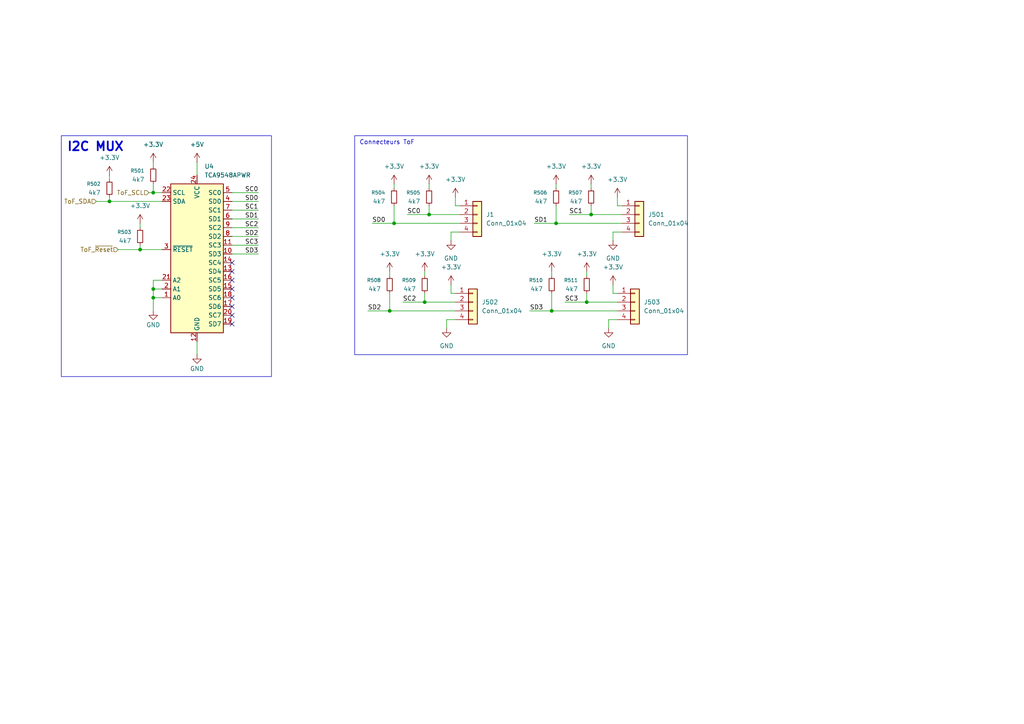
<source format=kicad_sch>
(kicad_sch (version 20250114) (generator "eeschema") (generator_version "9.0")
  (paper "A4")
  (lib_symbols
    (symbol "Connector_Generic:Conn_01x04" (pin_names (offset 1.016) (hide yes))
      (property "Reference" "J" (at 0 5.08 0))
      (property "Value" "Conn_01x04" (at 0 -7.62 0))
      (symbol "Conn_01x04_1_1"
        (rectangle (start -1.27 3.81) (end 1.27 -6.35) (stroke (width 0.254)) (fill (type background)))
        (rectangle (start -1.27 2.667) (end 0 2.413) (stroke (width 0.1524)))
        (rectangle (start -1.27 0.127) (end 0 -0.127) (stroke (width 0.1524)))
        (rectangle (start -1.27 -2.413) (end 0 -2.667) (stroke (width 0.1524)))
        (rectangle (start -1.27 -4.953) (end 0 -5.207) (stroke (width 0.1524)))
        (pin passive line (at -5.08 2.54 0) (length 3.81) (name "Pin_1") (number "1"))
        (pin passive line (at -5.08 0 0) (length 3.81) (name "Pin_2") (number "2"))
        (pin passive line (at -5.08 -2.54 0) (length 3.81) (name "Pin_3") (number "3"))
        (pin passive line (at -5.08 -5.08 0) (length 3.81) (name "Pin_4") (number "4"))
      )
    )
    (symbol "Device:R_Small" (pin_numbers (hide yes)) (pin_names (offset 0.254) (hide yes))
      (property "Reference" "R" (at 0 0 90))
      (property "Value" "R_Small" (at 1.778 0 90))
      (symbol "R_Small_0_1"
        (rectangle (start -0.762 1.778) (end 0.762 -1.778) (stroke (width 0.2032)))
      )
      (symbol "R_Small_1_1"
        (pin passive line (at 0 2.54 270) (length 0.762) (name "~") (number "1"))
        (pin passive line (at 0 -2.54 90) (length 0.762) (name "~") (number "2"))
      )
    )
    (symbol "Interface_Expansion:TCA9548APWR"
      (property "Reference" "U4" (at 2.1433 25.4 0))
      (property "Value" "TCA9548APWR" (at 2.1433 22.86 0))
      (symbol "TCA9548APWR_0_1"
        (rectangle (start -7.62 20.32) (end 7.62 -22.86) (stroke (width 0.254)) (fill (type background)))
      )
      (symbol "TCA9548APWR_1_1"
        (pin input line (at -10.16 17.78 0) (length 2.54) (name "SCL") (number "22"))
        (pin bidirectional line (at -10.16 15.24 0) (length 2.54) (name "SDA") (number "23"))
        (pin input line (at -10.16 1.27 0) (length 2.54) (name "~{RESET}") (number "3"))
        (pin input line (at -10.16 -7.62 0) (length 2.54) (name "A2") (number "21"))
        (pin input line (at -10.16 -10.16 0) (length 2.54) (name "A1") (number "2"))
        (pin input line (at -10.16 -12.7 0) (length 2.54) (name "A0") (number "1"))
        (pin power_in line (at 0 22.86 270) (length 2.54) (name "VCC") (number "24"))
        (pin power_in line (at 0 -25.4 90) (length 2.54) (name "GND") (number "12"))
        (pin output line (at 10.16 17.78 180) (length 2.54) (name "SC0") (number "5"))
        (pin bidirectional line (at 10.16 15.24 180) (length 2.54) (name "SD0") (number "4"))
        (pin output line (at 10.16 12.7 180) (length 2.54) (name "SC1") (number "7"))
        (pin bidirectional line (at 10.16 10.16 180) (length 2.54) (name "SD1") (number "6"))
        (pin output line (at 10.16 7.62 180) (length 2.54) (name "SC2") (number "9"))
        (pin bidirectional line (at 10.16 5.08 180) (length 2.54) (name "SD2") (number "8"))
        (pin output line (at 10.16 2.54 180) (length 2.54) (name "SC3") (number "11"))
        (pin bidirectional line (at 10.16 0 180) (length 2.54) (name "SD3") (number "10"))
        (pin output line (at 10.16 -2.54 180) (length 2.54) (name "SC4") (number "14"))
        (pin bidirectional line (at 10.16 -5.08 180) (length 2.54) (name "SD4") (number "13"))
        (pin output line (at 10.16 -7.62 180) (length 2.54) (name "SC5") (number "16"))
        (pin bidirectional line (at 10.16 -10.16 180) (length 2.54) (name "SD5") (number "15"))
        (pin output line (at 10.16 -12.7 180) (length 2.54) (name "SC6") (number "18"))
        (pin bidirectional line (at 10.16 -15.24 180) (length 2.54) (name "SD6") (number "17"))
        (pin output line (at 10.16 -17.78 180) (length 2.54) (name "SC7") (number "20"))
        (pin bidirectional line (at 10.16 -20.32 180) (length 2.54) (name "SD7") (number "19"))
      )
    )
    (symbol "power:+3.3V" (power) (pin_numbers (hide yes)) (pin_names (offset 0) (hide yes))
      (property "Value" "+3.3V" (at 0 3.556 0))
      (symbol "+3.3V_0_1"
        (polyline (pts (xy -0.762 1.27) (xy 0 2.54)))
        (polyline (pts (xy 0 2.54) (xy 0.762 1.27)))
        (polyline (pts (xy 0 0) (xy 0 2.54)))
      )
      (symbol "+3.3V_1_1"
        (pin power_in line (at 0 0 90) (length 0) (name "~") (number "1"))
      )
    )
    (symbol "power:+5V" (power) (pin_numbers (hide yes)) (pin_names (offset 0) (hide yes))
      (property "Value" "+5V" (at 0 3.556 0))
      (symbol "+5V_0_1"
        (polyline (pts (xy -0.762 1.27) (xy 0 2.54)))
        (polyline (pts (xy 0 2.54) (xy 0.762 1.27)))
        (polyline (pts (xy 0 0) (xy 0 2.54)))
      )
      (symbol "+5V_1_1"
        (pin power_in line (at 0 0 90) (length 0) (name "~") (number "1"))
      )
    )
    (symbol "power:GND" (power) (pin_numbers (hide yes)) (pin_names (offset 0) (hide yes))
      (property "Value" "GND" (at 0 -3.81 0))
      (symbol "GND_0_1"
        (polyline (pts (xy 0 0) (xy 0 -1.27) (xy 1.27 -1.27) (xy 0 -2.54) (xy -1.27 -1.27) (xy 0 -1.27)))
      )
      (symbol "GND_1_1"
        (pin power_in line (at 0 0 270) (length 0) (name "~") (number "1"))
      )
    )
  )
  (rectangle (start 102.87 39.37) (end 199.39 102.87))
  (rectangle (start 17.78 39.37) (end 78.74 109.22))
  (text "I2C MUX" (at 27.686 42.672 0) (effects (font (size 2.54 2.54) (thickness 0.508) (bold yes))))
  (text "Connecteurs ToF\n" (at 112.268 41.402 0) (effects (font (size 1.27 1.27))))
  (junction (at 170.18 87.63))
  (junction (at 113.03 90.17))
  (junction (at 171.45 62.23))
  (junction (at 123.19 87.63))
  (junction (at 114.3 64.77))
  (junction (at 44.45 83.82))
  (junction (at 161.29 64.77))
  (junction (at 44.45 86.36))
  (junction (at 160.02 90.17))
  (junction (at 31.75 58.42))
  (junction (at 44.45 55.88))
  (junction (at 40.64 72.39))
  (junction (at 124.46 62.23))
  (no_connect (at 67.31 78.74))
  (no_connect (at 67.31 76.2))
  (no_connect (at 67.31 86.36))
  (no_connect (at 67.31 93.98))
  (no_connect (at 67.31 91.44))
  (no_connect (at 67.31 83.82))
  (no_connect (at 67.31 81.28))
  (no_connect (at 67.31 88.9))
  (wire (pts (xy 177.8 85.09) (xy 179.07 85.09)))
  (wire (pts (xy 113.03 90.17) (xy 132.08 90.17)))
  (wire (pts (xy 129.54 92.71) (xy 132.08 92.71)))
  (wire (pts (xy 44.45 81.28) (xy 44.45 83.82)))
  (wire (pts (xy 67.31 71.12) (xy 74.93 71.12)))
  (wire (pts (xy 177.8 67.31) (xy 180.34 67.31)))
  (wire (pts (xy 113.03 85.09) (xy 113.03 90.17)))
  (wire (pts (xy 170.18 87.63) (xy 179.07 87.63)))
  (wire (pts (xy 67.31 58.42) (xy 74.93 58.42)))
  (wire (pts (xy 161.29 64.77) (xy 154.94 64.77)))
  (wire (pts (xy 44.45 55.88) (xy 46.99 55.88)))
  (wire (pts (xy 67.31 68.58) (xy 74.93 68.58)))
  (wire (pts (xy 176.53 92.71) (xy 179.07 92.71)))
  (wire (pts (xy 124.46 53.34) (xy 124.46 54.61)))
  (wire (pts (xy 123.19 78.74) (xy 123.19 80.01)))
  (wire (pts (xy 161.29 64.77) (xy 180.34 64.77)))
  (wire (pts (xy 130.81 82.55) (xy 130.81 85.09)))
  (wire (pts (xy 57.15 46.99) (xy 57.15 50.8)))
  (wire (pts (xy 160.02 78.74) (xy 160.02 80.01)))
  (wire (pts (xy 116.84 87.63) (xy 123.19 87.63)))
  (wire (pts (xy 67.31 73.66) (xy 74.93 73.66)))
  (wire (pts (xy 171.45 59.69) (xy 171.45 62.23)))
  (wire (pts (xy 67.31 60.96) (xy 74.93 60.96)))
  (wire (pts (xy 67.31 66.04) (xy 74.93 66.04)))
  (wire (pts (xy 27.94 58.42) (xy 31.75 58.42)))
  (wire (pts (xy 160.02 90.17) (xy 153.67 90.17)))
  (wire (pts (xy 163.83 87.63) (xy 170.18 87.63)))
  (wire (pts (xy 161.29 59.69) (xy 161.29 64.77)))
  (wire (pts (xy 114.3 59.69) (xy 114.3 64.77)))
  (wire (pts (xy 44.45 83.82) (xy 46.99 83.82)))
  (wire (pts (xy 44.45 53.34) (xy 44.45 55.88)))
  (wire (pts (xy 114.3 64.77) (xy 107.95 64.77)))
  (wire (pts (xy 129.54 95.25) (xy 129.54 92.71)))
  (wire (pts (xy 123.19 87.63) (xy 132.08 87.63)))
  (wire (pts (xy 31.75 57.15) (xy 31.75 58.42)))
  (wire (pts (xy 114.3 53.34) (xy 114.3 54.61)))
  (wire (pts (xy 170.18 78.74) (xy 170.18 80.01)))
  (wire (pts (xy 132.08 59.69) (xy 133.35 59.69)))
  (wire (pts (xy 176.53 95.25) (xy 176.53 92.71)))
  (wire (pts (xy 34.29 72.39) (xy 40.64 72.39)))
  (wire (pts (xy 123.19 85.09) (xy 123.19 87.63)))
  (wire (pts (xy 44.45 86.36) (xy 44.45 90.17)))
  (wire (pts (xy 44.45 46.99) (xy 44.45 48.26)))
  (wire (pts (xy 46.99 86.36) (xy 44.45 86.36)))
  (wire (pts (xy 67.31 55.88) (xy 74.93 55.88)))
  (wire (pts (xy 130.81 85.09) (xy 132.08 85.09)))
  (wire (pts (xy 40.64 71.12) (xy 40.64 72.39)))
  (wire (pts (xy 113.03 78.74) (xy 113.03 80.01)))
  (wire (pts (xy 179.07 59.69) (xy 180.34 59.69)))
  (wire (pts (xy 160.02 85.09) (xy 160.02 90.17)))
  (wire (pts (xy 31.75 58.42) (xy 46.99 58.42)))
  (wire (pts (xy 177.8 82.55) (xy 177.8 85.09)))
  (wire (pts (xy 40.64 64.77) (xy 40.64 66.04)))
  (wire (pts (xy 132.08 57.15) (xy 132.08 59.69)))
  (wire (pts (xy 46.99 81.28) (xy 44.45 81.28)))
  (wire (pts (xy 161.29 53.34) (xy 161.29 54.61)))
  (wire (pts (xy 170.18 85.09) (xy 170.18 87.63)))
  (wire (pts (xy 179.07 57.15) (xy 179.07 59.69)))
  (wire (pts (xy 171.45 62.23) (xy 180.34 62.23)))
  (wire (pts (xy 40.64 72.39) (xy 46.99 72.39)))
  (wire (pts (xy 130.81 67.31) (xy 133.35 67.31)))
  (wire (pts (xy 114.3 64.77) (xy 133.35 64.77)))
  (wire (pts (xy 160.02 90.17) (xy 179.07 90.17)))
  (wire (pts (xy 124.46 62.23) (xy 133.35 62.23)))
  (wire (pts (xy 130.81 69.85) (xy 130.81 67.31)))
  (wire (pts (xy 67.31 63.5) (xy 74.93 63.5)))
  (wire (pts (xy 113.03 90.17) (xy 106.68 90.17)))
  (wire (pts (xy 57.15 99.06) (xy 57.15 102.87)))
  (wire (pts (xy 118.11 62.23) (xy 124.46 62.23)))
  (wire (pts (xy 43.18 55.88) (xy 44.45 55.88)))
  (wire (pts (xy 31.75 50.8) (xy 31.75 52.07)))
  (wire (pts (xy 171.45 53.34) (xy 171.45 54.61)))
  (wire (pts (xy 124.46 59.69) (xy 124.46 62.23)))
  (wire (pts (xy 165.1 62.23) (xy 171.45 62.23)))
  (wire (pts (xy 177.8 69.85) (xy 177.8 67.31)))
  (wire (pts (xy 44.45 83.82) (xy 44.45 86.36)))
  (label "SD0" (at 107.95 64.77 0))
  (label "SD2" (at 106.68 90.17 0))
  (label "SC3" (at 74.93 71.12 180))
  (label "SD3" (at 74.93 73.66 180))
  (label "SD1" (at 154.94 64.77 0))
  (label "SC2" (at 116.84 87.63 0))
  (label "SD2" (at 74.93 68.58 180))
  (label "SC3" (at 163.83 87.63 0))
  (label "SC2" (at 74.93 66.04 180))
  (label "SD3" (at 153.67 90.17 0))
  (label "SD1" (at 74.93 63.5 180))
  (label "SC1" (at 74.93 60.96 180))
  (label "SD0" (at 74.93 58.42 180))
  (label "SC0" (at 118.11 62.23 0))
  (label "SC1" (at 165.1 62.23 0))
  (label "SC0" (at 74.93 55.88 180))
  (hierarchical_label "ToF_SDA" (shape input) (at 27.94 58.42 180))
  (hierarchical_label "ToF_SCL" (shape input) (at 43.18 55.88 180))
  (hierarchical_label "ToF_~{Reset}" (shape input) (at 34.29 72.39 180))
  (symbol (lib_id "power:+3.3V") (at 44.45 46.99 0) (unit 1)
    (property "Reference" "#PWR0501" (effects (hide yes)))
    (property "Value" "+3.3V" (at 44.45 41.91 0))
    (property "Description" "Power symbol creates a global label with name \"+3.3V\"" (effects (hide yes)))
  )
  (symbol (lib_id "power:GND") (at 177.8 69.85 0) (unit 1)
    (property "Reference" "#PWR0509" (effects (hide yes)))
    (property "Value" "GND" (at 177.8 74.93 0))
    (property "Description" "Power symbol creates a global label with name \"GND\" , ground" (effects (hide yes)))
  )
  (symbol (lib_id "Interface_Expansion:TCA9548APWR") (at 57.15 73.66 0) (unit 1)
    (property "Reference" "U4" (at 59.2933 48.26 0) (effects (justify left)))
    (property "Value" "TCA9548APWR" (at 59.2933 50.8 0) (effects (justify left)))
    (property "Footprint" "Package_SO:TSSOP-24_4.4x7.8mm_P0.65mm" (effects (hide yes)))
    (property "Datasheet" "http://www.ti.com/lit/ds/symlink/tca9548a.pdf" (effects (hide yes)))
    (property "Description" "Low voltage 8-channel I2C switch with reset, TSSOP-24" (effects (hide yes)))
  )
  (symbol (lib_id "power:GND") (at 57.15 102.87 0) (unit 1)
    (property "Reference" "#PWR033" (effects (hide yes)))
    (property "Value" "GND" (at 57.15 106.934 0))
    (property "Description" "Power symbol creates a global label with name \"GND\" , ground" (effects (hide yes)))
  )
  (symbol (lib_id "Device:R_Small") (at 160.02 82.55 0) (unit 1)
    (property "Reference" "R510" (at 157.48 81.2799 0) (effects (font (size 1.016 1.016)) (justify right)))
    (property "Value" "4k7" (at 157.48 83.8199 0) (effects (justify right)))
    (property "Description" "Resistor, small symbol" (effects (hide yes)))
  )
  (symbol (lib_id "Device:R_Small") (at 171.45 57.15 0) (unit 1)
    (property "Reference" "R507" (at 168.91 55.8799 0) (effects (font (size 1.016 1.016)) (justify right)))
    (property "Value" "4k7" (at 168.91 58.4199 0) (effects (justify right)))
    (property "Description" "Resistor, small symbol" (effects (hide yes)))
  )
  (symbol (lib_id "power:+3.3V") (at 132.08 57.15 0) (unit 1)
    (property "Reference" "#PWR058" (effects (hide yes)))
    (property "Value" "+3.3V" (at 132.08 52.07 0))
    (property "Description" "Power symbol creates a global label with name \"+3.3V\"" (effects (hide yes)))
  )
  (symbol (lib_id "Device:R_Small") (at 161.29 57.15 0) (unit 1)
    (property "Reference" "R506" (at 158.75 55.8799 0) (effects (font (size 1.016 1.016)) (justify right)))
    (property "Value" "4k7" (at 158.75 58.4199 0) (effects (justify right)))
    (property "Description" "Resistor, small symbol" (effects (hide yes)))
  )
  (symbol (lib_id "power:+3.3V") (at 179.07 57.15 0) (unit 1)
    (property "Reference" "#PWR0508" (effects (hide yes)))
    (property "Value" "+3.3V" (at 179.07 52.07 0))
    (property "Description" "Power symbol creates a global label with name \"+3.3V\"" (effects (hide yes)))
  )
  (symbol (lib_id "power:+5V") (at 57.15 46.99 0) (unit 1)
    (property "Reference" "#PWR034" (effects (hide yes)))
    (property "Value" "+5V" (at 57.15 41.91 0))
    (property "Description" "Power symbol creates a global label with name \"+5V\"" (effects (hide yes)))
  )
  (symbol (lib_id "power:+3.3V") (at 171.45 53.34 0) (unit 1)
    (property "Reference" "#PWR0507" (effects (hide yes)))
    (property "Value" "+3.3V" (at 171.45 48.26 0))
    (property "Description" "Power symbol creates a global label with name \"+3.3V\"" (effects (hide yes)))
  )
  (symbol (lib_id "power:+3.3V") (at 124.46 53.34 0) (unit 1)
    (property "Reference" "#PWR0505" (effects (hide yes)))
    (property "Value" "+3.3V" (at 124.46 48.26 0))
    (property "Description" "Power symbol creates a global label with name \"+3.3V\"" (effects (hide yes)))
  )
  (symbol (lib_id "power:+3.3V") (at 130.81 82.55 0) (unit 1)
    (property "Reference" "#PWR0512" (effects (hide yes)))
    (property "Value" "+3.3V" (at 130.81 77.47 0))
    (property "Description" "Power symbol creates a global label with name \"+3.3V\"" (effects (hide yes)))
  )
  (symbol (lib_id "Connector_Generic:Conn_01x04") (at 185.42 62.23 0) (unit 1)
    (property "Reference" "J501" (at 187.96 62.2299 0) (effects (justify left)))
    (property "Value" "Conn_01x04" (at 187.96 64.7699 0) (effects (justify left)))
    (property "Footprint" "Connector_JST:JST_EH_B4B-EH-A_1x04_P2.50mm_Vertical" (effects (hide yes)))
    (property "Description" "Generic connector, single row, 01x04, script generated (kicad-library-utils/schlib/autogen/connector/)" (effects (hide yes)))
  )
  (symbol (lib_id "Device:R_Small") (at 123.19 82.55 0) (unit 1)
    (property "Reference" "R509" (at 120.65 81.2799 0) (effects (font (size 1.016 1.016)) (justify right)))
    (property "Value" "4k7" (at 120.65 83.8199 0) (effects (justify right)))
    (property "Description" "Resistor, small symbol" (effects (hide yes)))
  )
  (symbol (lib_id "Device:R_Small") (at 40.64 68.58 0) (unit 1)
    (property "Reference" "R503" (at 38.1 67.3099 0) (effects (font (size 1.016 1.016)) (justify right)))
    (property "Value" "4k7" (at 38.1 69.8499 0) (effects (justify right)))
    (property "Description" "Resistor, small symbol" (effects (hide yes)))
  )
  (symbol (lib_id "power:+3.3V") (at 40.64 64.77 0) (unit 1)
    (property "Reference" "#PWR0503" (effects (hide yes)))
    (property "Value" "+3.3V" (at 40.64 59.69 0))
    (property "Description" "Power symbol creates a global label with name \"+3.3V\"" (effects (hide yes)))
  )
  (symbol (lib_id "power:GND") (at 176.53 95.25 0) (unit 1)
    (property "Reference" "#PWR0517" (effects (hide yes)))
    (property "Value" "GND" (at 176.53 100.33 0))
    (property "Description" "Power symbol creates a global label with name \"GND\" , ground" (effects (hide yes)))
  )
  (symbol (lib_id "Device:R_Small") (at 31.75 54.61 0) (unit 1)
    (property "Reference" "R502" (at 29.21 53.3399 0) (effects (font (size 1.016 1.016)) (justify right)))
    (property "Value" "4k7" (at 29.21 55.8799 0) (effects (justify right)))
    (property "Description" "Resistor, small symbol" (effects (hide yes)))
  )
  (symbol (lib_id "power:+3.3V") (at 31.75 50.8 0) (unit 1)
    (property "Reference" "#PWR0502" (effects (hide yes)))
    (property "Value" "+3.3V" (at 31.75 45.72 0))
    (property "Description" "Power symbol creates a global label with name \"+3.3V\"" (effects (hide yes)))
  )
  (symbol (lib_id "Device:R_Small") (at 113.03 82.55 0) (unit 1)
    (property "Reference" "R508" (at 110.49 81.2799 0) (effects (font (size 1.016 1.016)) (justify right)))
    (property "Value" "4k7" (at 110.49 83.8199 0) (effects (justify right)))
    (property "Description" "Resistor, small symbol" (effects (hide yes)))
  )
  (symbol (lib_id "power:+3.3V") (at 123.19 78.74 0) (unit 1)
    (property "Reference" "#PWR0511" (effects (hide yes)))
    (property "Value" "+3.3V" (at 123.19 73.66 0))
    (property "Description" "Power symbol creates a global label with name \"+3.3V\"" (effects (hide yes)))
  )
  (symbol (lib_id "power:+3.3V") (at 160.02 78.74 0) (unit 1)
    (property "Reference" "#PWR0514" (effects (hide yes)))
    (property "Value" "+3.3V" (at 160.02 73.66 0))
    (property "Description" "Power symbol creates a global label with name \"+3.3V\"" (effects (hide yes)))
  )
  (symbol (lib_id "power:GND") (at 129.54 95.25 0) (unit 1)
    (property "Reference" "#PWR0513" (effects (hide yes)))
    (property "Value" "GND" (at 129.54 100.33 0))
    (property "Description" "Power symbol creates a global label with name \"GND\" , ground" (effects (hide yes)))
  )
  (symbol (lib_id "Device:R_Small") (at 114.3 57.15 0) (unit 1)
    (property "Reference" "R504" (at 111.76 55.8799 0) (effects (font (size 1.016 1.016)) (justify right)))
    (property "Value" "4k7" (at 111.76 58.4199 0) (effects (justify right)))
    (property "Description" "Resistor, small symbol" (effects (hide yes)))
  )
  (symbol (lib_id "power:+3.3V") (at 113.03 78.74 0) (unit 1)
    (property "Reference" "#PWR0510" (effects (hide yes)))
    (property "Value" "+3.3V" (at 113.03 73.66 0))
    (property "Description" "Power symbol creates a global label with name \"+3.3V\"" (effects (hide yes)))
  )
  (symbol (lib_id "power:+3.3V") (at 114.3 53.34 0) (unit 1)
    (property "Reference" "#PWR0504" (effects (hide yes)))
    (property "Value" "+3.3V" (at 114.3 48.26 0))
    (property "Description" "Power symbol creates a global label with name \"+3.3V\"" (effects (hide yes)))
  )
  (symbol (lib_id "power:GND") (at 130.81 69.85 0) (unit 1)
    (property "Reference" "#PWR021" (effects (hide yes)))
    (property "Value" "GND" (at 130.81 74.93 0))
    (property "Description" "Power symbol creates a global label with name \"GND\" , ground" (effects (hide yes)))
  )
  (symbol (lib_id "Device:R_Small") (at 44.45 50.8 0) (unit 1)
    (property "Reference" "R501" (at 41.91 49.5299 0) (effects (font (size 1.016 1.016)) (justify right)))
    (property "Value" "4k7" (at 41.91 52.0699 0) (effects (justify right)))
    (property "Description" "Resistor, small symbol" (effects (hide yes)))
  )
  (symbol (lib_id "Connector_Generic:Conn_01x04") (at 137.16 87.63 0) (unit 1)
    (property "Reference" "J502" (at 139.7 87.6299 0) (effects (justify left)))
    (property "Value" "Conn_01x04" (at 139.7 90.1699 0) (effects (justify left)))
    (property "Footprint" "Connector_JST:JST_EH_B4B-EH-A_1x04_P2.50mm_Vertical" (effects (hide yes)))
    (property "Description" "Generic connector, single row, 01x04, script generated (kicad-library-utils/schlib/autogen/connector/)" (effects (hide yes)))
  )
  (symbol (lib_id "power:+3.3V") (at 177.8 82.55 0) (unit 1)
    (property "Reference" "#PWR0516" (effects (hide yes)))
    (property "Value" "+3.3V" (at 177.8 77.47 0))
    (property "Description" "Power symbol creates a global label with name \"+3.3V\"" (effects (hide yes)))
  )
  (symbol (lib_id "Connector_Generic:Conn_01x04") (at 138.43 62.23 0) (unit 1)
    (property "Reference" "J1" (at 140.97 62.2299 0) (effects (justify left)))
    (property "Value" "Conn_01x04" (at 140.97 64.7699 0) (effects (justify left)))
    (property "Footprint" "Connector_JST:JST_EH_B4B-EH-A_1x04_P2.50mm_Vertical" (effects (hide yes)))
    (property "Description" "Generic connector, single row, 01x04, script generated (kicad-library-utils/schlib/autogen/connector/)" (effects (hide yes)))
  )
  (symbol (lib_id "Device:R_Small") (at 170.18 82.55 0) (unit 1)
    (property "Reference" "R511" (at 167.64 81.2799 0) (effects (font (size 1.016 1.016)) (justify right)))
    (property "Value" "4k7" (at 167.64 83.8199 0) (effects (justify right)))
    (property "Description" "Resistor, small symbol" (effects (hide yes)))
  )
  (symbol (lib_id "power:GND") (at 44.45 90.17 0) (unit 1)
    (property "Reference" "#PWR032" (effects (hide yes)))
    (property "Value" "GND" (at 44.45 94.234 0))
    (property "Description" "Power symbol creates a global label with name \"GND\" , ground" (effects (hide yes)))
  )
  (symbol (lib_id "power:+3.3V") (at 161.29 53.34 0) (unit 1)
    (property "Reference" "#PWR0506" (effects (hide yes)))
    (property "Value" "+3.3V" (at 161.29 48.26 0))
    (property "Description" "Power symbol creates a global label with name \"+3.3V\"" (effects (hide yes)))
  )
  (symbol (lib_id "Device:R_Small") (at 124.46 57.15 0) (unit 1)
    (property "Reference" "R505" (at 121.92 55.8799 0) (effects (font (size 1.016 1.016)) (justify right)))
    (property "Value" "4k7" (at 121.92 58.4199 0) (effects (justify right)))
    (property "Description" "Resistor, small symbol" (effects (hide yes)))
  )
  (symbol (lib_id "Connector_Generic:Conn_01x04") (at 184.15 87.63 0) (unit 1)
    (property "Reference" "J503" (at 186.69 87.6299 0) (effects (justify left)))
    (property "Value" "Conn_01x04" (at 186.69 90.1699 0) (effects (justify left)))
    (property "Footprint" "Connector_JST:JST_EH_B4B-EH-A_1x04_P2.50mm_Vertical" (effects (hide yes)))
    (property "Description" "Generic connector, single row, 01x04, script generated (kicad-library-utils/schlib/autogen/connector/)" (effects (hide yes)))
  )
  (symbol (lib_id "power:+3.3V") (at 170.18 78.74 0) (unit 1)
    (property "Reference" "#PWR0515" (effects (hide yes)))
    (property "Value" "+3.3V" (at 170.18 73.66 0))
    (property "Description" "Power symbol creates a global label with name \"+3.3V\"" (effects (hide yes)))
  )
)
</source>
